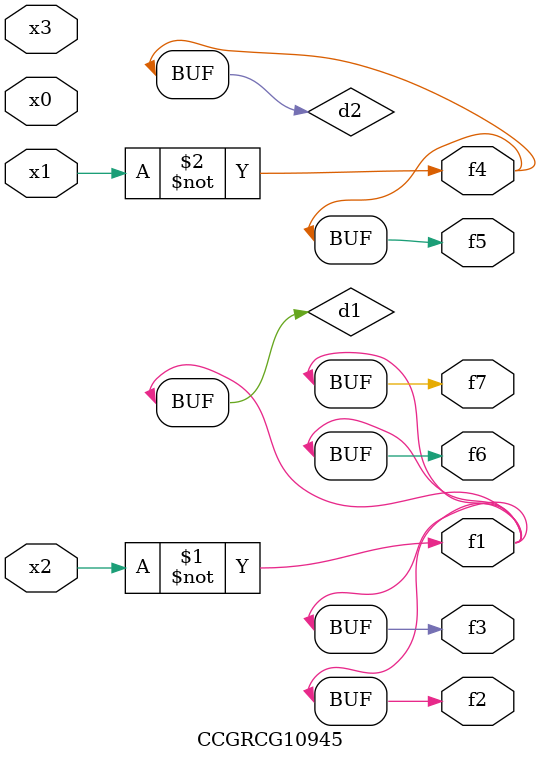
<source format=v>
module CCGRCG10945(
	input x0, x1, x2, x3,
	output f1, f2, f3, f4, f5, f6, f7
);

	wire d1, d2;

	xnor (d1, x2);
	not (d2, x1);
	assign f1 = d1;
	assign f2 = d1;
	assign f3 = d1;
	assign f4 = d2;
	assign f5 = d2;
	assign f6 = d1;
	assign f7 = d1;
endmodule

</source>
